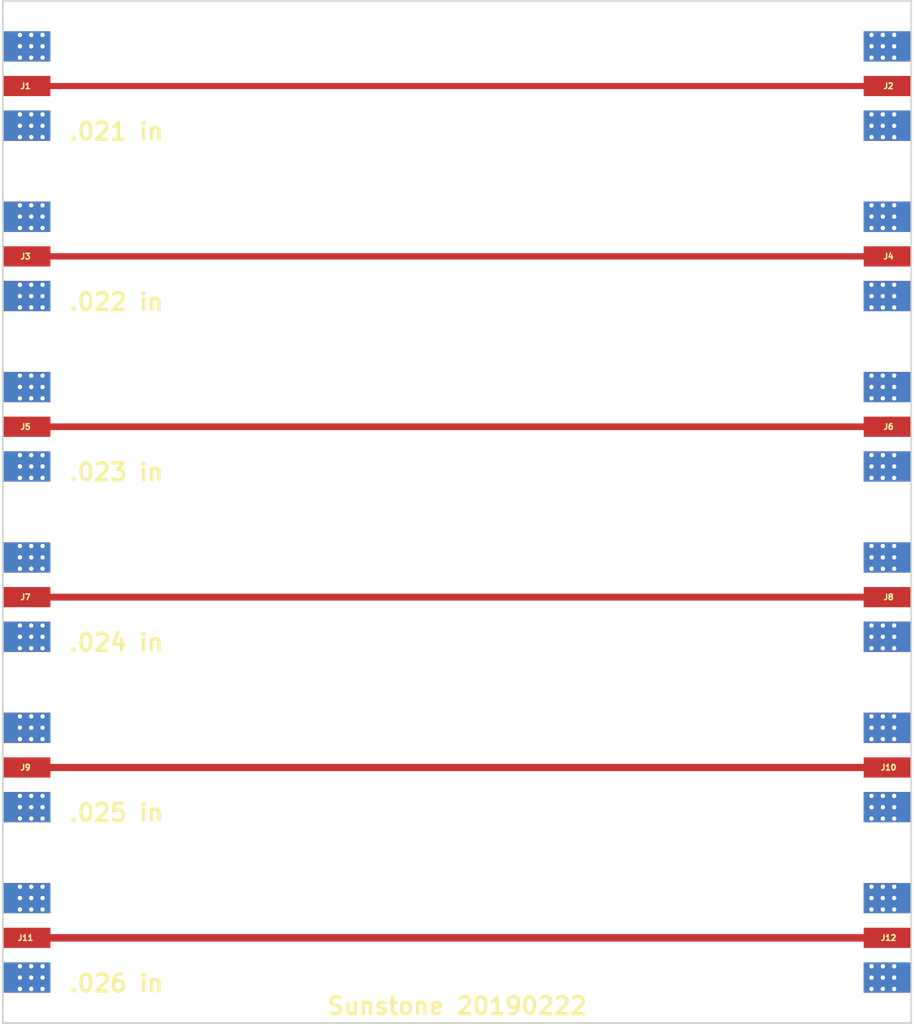
<source format=kicad_pcb>
(kicad_pcb (version 4) (host pcbnew 4.0.6)
  (layers (0 C1F signal) (1 C2 signal hide) (2 C3 signal hide) (31 C4B signal) (34 B.Paste user) (35 F.Paste user) (36 B.SilkS user) (37 F.SilkS user) (38 B.Mask user) (39 F.Mask user) (44 Edge.Cuts user))
  (net 0 "")
  (net 1 "Net-(J1-Pad1)")
  (net 2 GND)
  (net 3 "Net-(J3-Pad1)")
  (net 4 "Net-(J5-Pad1)")
  (net 5 "Net-(J7-Pad1)")
  (net 6 "Net-(J10-Pad1)")
  (net 7 "Net-(J11-Pad1)")
  (module gsg-modules:SMA-73251-2120 (layer C1F) (at 120 80)
    (fp_text reference J1 (at 1.99898 0) (layer F.SilkS) (effects (font (size 0.50038 0.50038) (thickness 0.12446))))
    (fp_text value CONN_COAXIAL hide)
    (pad 1 smd rect (at 2.095 0) (size 4.19 1.78) (layers C1F F.Mask) (net 1 "Net-(J1-Pad1)"))
    (pad 2 smd rect (at 2.095 -3.4925) (size 4.19 2.665) (layers C1F F.Mask) (net 2 GND))
    (pad 2 smd rect (at 2.095 3.4925) (size 4.19 2.665) (layers C1F F.Mask) (net 2 GND))
    (pad 2 smd rect (at 2.095 -3.4925) (size 4.19 2.665) (layers C4B B.Mask) (net 2 GND))
    (pad 2 smd rect (at 2.095 3.4925) (size 4.19 2.665) (layers C4B B.Mask) (net 2 GND))
    (pad 2 thru_hole circle (at 3.5 2.5) (size 0.6 0.6) (drill 0.381) (layers *.Cu) (net 2 GND))
    (pad 2 thru_hole circle (at 3.5 3.5) (size 0.6 0.6) (drill 0.381) (layers *.Cu) (net 2 GND))
    (pad 2 thru_hole circle (at 3.5 4.5) (size 0.6 0.6) (drill 0.381) (layers *.Cu) (net 2 GND))
    (pad 2 thru_hole circle (at 2.5 2.5) (size 0.6 0.6) (drill 0.381) (layers *.Cu) (net 2 GND))
    (pad 2 thru_hole circle (at 2.5 3.5) (size 0.6 0.6) (drill 0.381) (layers *.Cu) (net 2 GND))
    (pad 2 thru_hole circle (at 2.5 4.5) (size 0.6 0.6) (drill 0.381) (layers *.Cu) (net 2 GND))
    (pad 2 thru_hole circle (at 1.5 2.5) (size 0.6 0.6) (drill 0.381) (layers *.Cu) (net 2 GND))
    (pad 2 thru_hole circle (at 1.5 3.5) (size 0.6 0.6) (drill 0.381) (layers *.Cu) (net 2 GND))
    (pad 2 thru_hole circle (at 1.5 4.5) (size 0.6 0.6) (drill 0.381) (layers *.Cu) (net 2 GND))
    (pad 2 thru_hole circle (at 3.5 -2.5) (size 0.6 0.6) (drill 0.381) (layers *.Cu) (net 2 GND))
    (pad 2 thru_hole circle (at 3.5 -3.5) (size 0.6 0.6) (drill 0.381) (layers *.Cu) (net 2 GND))
    (pad 2 thru_hole circle (at 3.5 -4.5) (size 0.6 0.6) (drill 0.381) (layers *.Cu) (net 2 GND))
    (pad 2 thru_hole circle (at 2.5 -2.5) (size 0.6 0.6) (drill 0.381) (layers *.Cu) (net 2 GND))
    (pad 2 thru_hole circle (at 2.5 -3.5) (size 0.6 0.6) (drill 0.381) (layers *.Cu) (net 2 GND))
    (pad 2 thru_hole circle (at 2.5 -4.5) (size 0.6 0.6) (drill 0.381) (layers *.Cu) (net 2 GND))
    (pad 2 thru_hole circle (at 1.5 -2.5) (size 0.6 0.6) (drill 0.381) (layers *.Cu) (net 2 GND))
    (pad 2 thru_hole circle (at 1.5 -3.5) (size 0.6 0.6) (drill 0.381) (layers *.Cu) (net 2 GND))
    (pad 2 thru_hole circle (at 1.5 -4.5) (size 0.6 0.6) (drill 0.381) (layers *.Cu) (net 2 GND))
  )
  (module gsg-modules:SMA-73251-2120 (layer C1F) (at 200 80 180)
    (fp_text reference J2 (at 1.99898 0 180) (layer F.SilkS) (effects (font (size 0.50038 0.50038) (thickness 0.12446))))
    (fp_text value CONN_COAXIAL hide)
    (pad 1 smd rect (at 2.095 0 180) (size 4.19 1.78) (layers C1F F.Mask) (net 1 "Net-(J1-Pad1)"))
    (pad 2 smd rect (at 2.095 -3.4925 180) (size 4.19 2.665) (layers C1F F.Mask) (net 2 GND))
    (pad 2 smd rect (at 2.095 3.4925 180) (size 4.19 2.665) (layers C1F F.Mask) (net 2 GND))
    (pad 2 smd rect (at 2.095 -3.4925 180) (size 4.19 2.665) (layers C4B B.Mask) (net 2 GND))
    (pad 2 smd rect (at 2.095 3.4925 180) (size 4.19 2.665) (layers C4B B.Mask) (net 2 GND))
    (pad 2 thru_hole circle (at 3.5 2.5 180) (size 0.6 0.6) (drill 0.381) (layers *.Cu) (net 2 GND))
    (pad 2 thru_hole circle (at 3.5 3.5 180) (size 0.6 0.6) (drill 0.381) (layers *.Cu) (net 2 GND))
    (pad 2 thru_hole circle (at 3.5 4.5 180) (size 0.6 0.6) (drill 0.381) (layers *.Cu) (net 2 GND))
    (pad 2 thru_hole circle (at 2.5 2.5 180) (size 0.6 0.6) (drill 0.381) (layers *.Cu) (net 2 GND))
    (pad 2 thru_hole circle (at 2.5 3.5 180) (size 0.6 0.6) (drill 0.381) (layers *.Cu) (net 2 GND))
    (pad 2 thru_hole circle (at 2.5 4.5 180) (size 0.6 0.6) (drill 0.381) (layers *.Cu) (net 2 GND))
    (pad 2 thru_hole circle (at 1.5 2.5 180) (size 0.6 0.6) (drill 0.381) (layers *.Cu) (net 2 GND))
    (pad 2 thru_hole circle (at 1.5 3.5 180) (size 0.6 0.6) (drill 0.381) (layers *.Cu) (net 2 GND))
    (pad 2 thru_hole circle (at 1.5 4.5 180) (size 0.6 0.6) (drill 0.381) (layers *.Cu) (net 2 GND))
    (pad 2 thru_hole circle (at 3.5 -2.5 180) (size 0.6 0.6) (drill 0.381) (layers *.Cu) (net 2 GND))
    (pad 2 thru_hole circle (at 3.5 -3.5 180) (size 0.6 0.6) (drill 0.381) (layers *.Cu) (net 2 GND))
    (pad 2 thru_hole circle (at 3.5 -4.5 180) (size 0.6 0.6) (drill 0.381) (layers *.Cu) (net 2 GND))
    (pad 2 thru_hole circle (at 2.5 -2.5 180) (size 0.6 0.6) (drill 0.381) (layers *.Cu) (net 2 GND))
    (pad 2 thru_hole circle (at 2.5 -3.5 180) (size 0.6 0.6) (drill 0.381) (layers *.Cu) (net 2 GND))
    (pad 2 thru_hole circle (at 2.5 -4.5 180) (size 0.6 0.6) (drill 0.381) (layers *.Cu) (net 2 GND))
    (pad 2 thru_hole circle (at 1.5 -2.5 180) (size 0.6 0.6) (drill 0.381) (layers *.Cu) (net 2 GND))
    (pad 2 thru_hole circle (at 1.5 -3.5 180) (size 0.6 0.6) (drill 0.381) (layers *.Cu) (net 2 GND))
    (pad 2 thru_hole circle (at 1.5 -4.5 180) (size 0.6 0.6) (drill 0.381) (layers *.Cu) (net 2 GND))
  )
  (module gsg-modules:SMA-73251-2120 (layer C1F) (at 120 95)
    (fp_text reference J3 (at 1.99898 0) (layer F.SilkS) (effects (font (size 0.50038 0.50038) (thickness 0.12446))))
    (fp_text value CONN_COAXIAL hide)
    (pad 1 smd rect (at 2.095 0) (size 4.19 1.78) (layers C1F F.Mask) (net 3 "Net-(J3-Pad1)"))
    (pad 2 smd rect (at 2.095 -3.4925) (size 4.19 2.665) (layers C1F F.Mask) (net 2 GND))
    (pad 2 smd rect (at 2.095 3.4925) (size 4.19 2.665) (layers C1F F.Mask) (net 2 GND))
    (pad 2 smd rect (at 2.095 -3.4925) (size 4.19 2.665) (layers C4B B.Mask) (net 2 GND))
    (pad 2 smd rect (at 2.095 3.4925) (size 4.19 2.665) (layers C4B B.Mask) (net 2 GND))
    (pad 2 thru_hole circle (at 3.5 2.5) (size 0.6 0.6) (drill 0.381) (layers *.Cu) (net 2 GND))
    (pad 2 thru_hole circle (at 3.5 3.5) (size 0.6 0.6) (drill 0.381) (layers *.Cu) (net 2 GND))
    (pad 2 thru_hole circle (at 3.5 4.5) (size 0.6 0.6) (drill 0.381) (layers *.Cu) (net 2 GND))
    (pad 2 thru_hole circle (at 2.5 2.5) (size 0.6 0.6) (drill 0.381) (layers *.Cu) (net 2 GND))
    (pad 2 thru_hole circle (at 2.5 3.5) (size 0.6 0.6) (drill 0.381) (layers *.Cu) (net 2 GND))
    (pad 2 thru_hole circle (at 2.5 4.5) (size 0.6 0.6) (drill 0.381) (layers *.Cu) (net 2 GND))
    (pad 2 thru_hole circle (at 1.5 2.5) (size 0.6 0.6) (drill 0.381) (layers *.Cu) (net 2 GND))
    (pad 2 thru_hole circle (at 1.5 3.5) (size 0.6 0.6) (drill 0.381) (layers *.Cu) (net 2 GND))
    (pad 2 thru_hole circle (at 1.5 4.5) (size 0.6 0.6) (drill 0.381) (layers *.Cu) (net 2 GND))
    (pad 2 thru_hole circle (at 3.5 -2.5) (size 0.6 0.6) (drill 0.381) (layers *.Cu) (net 2 GND))
    (pad 2 thru_hole circle (at 3.5 -3.5) (size 0.6 0.6) (drill 0.381) (layers *.Cu) (net 2 GND))
    (pad 2 thru_hole circle (at 3.5 -4.5) (size 0.6 0.6) (drill 0.381) (layers *.Cu) (net 2 GND))
    (pad 2 thru_hole circle (at 2.5 -2.5) (size 0.6 0.6) (drill 0.381) (layers *.Cu) (net 2 GND))
    (pad 2 thru_hole circle (at 2.5 -3.5) (size 0.6 0.6) (drill 0.381) (layers *.Cu) (net 2 GND))
    (pad 2 thru_hole circle (at 2.5 -4.5) (size 0.6 0.6) (drill 0.381) (layers *.Cu) (net 2 GND))
    (pad 2 thru_hole circle (at 1.5 -2.5) (size 0.6 0.6) (drill 0.381) (layers *.Cu) (net 2 GND))
    (pad 2 thru_hole circle (at 1.5 -3.5) (size 0.6 0.6) (drill 0.381) (layers *.Cu) (net 2 GND))
    (pad 2 thru_hole circle (at 1.5 -4.5) (size 0.6 0.6) (drill 0.381) (layers *.Cu) (net 2 GND))
  )
  (module gsg-modules:SMA-73251-2120 (layer C1F) (at 200 95 180)
    (fp_text reference J4 (at 1.99898 0 180) (layer F.SilkS) (effects (font (size 0.50038 0.50038) (thickness 0.12446))))
    (fp_text value CONN_COAXIAL hide)
    (pad 1 smd rect (at 2.095 0 180) (size 4.19 1.78) (layers C1F F.Mask) (net 3 "Net-(J3-Pad1)"))
    (pad 2 smd rect (at 2.095 -3.4925 180) (size 4.19 2.665) (layers C1F F.Mask) (net 2 GND))
    (pad 2 smd rect (at 2.095 3.4925 180) (size 4.19 2.665) (layers C1F F.Mask) (net 2 GND))
    (pad 2 smd rect (at 2.095 -3.4925 180) (size 4.19 2.665) (layers C4B B.Mask) (net 2 GND))
    (pad 2 smd rect (at 2.095 3.4925 180) (size 4.19 2.665) (layers C4B B.Mask) (net 2 GND))
    (pad 2 thru_hole circle (at 3.5 2.5 180) (size 0.6 0.6) (drill 0.381) (layers *.Cu) (net 2 GND))
    (pad 2 thru_hole circle (at 3.5 3.5 180) (size 0.6 0.6) (drill 0.381) (layers *.Cu) (net 2 GND))
    (pad 2 thru_hole circle (at 3.5 4.5 180) (size 0.6 0.6) (drill 0.381) (layers *.Cu) (net 2 GND))
    (pad 2 thru_hole circle (at 2.5 2.5 180) (size 0.6 0.6) (drill 0.381) (layers *.Cu) (net 2 GND))
    (pad 2 thru_hole circle (at 2.5 3.5 180) (size 0.6 0.6) (drill 0.381) (layers *.Cu) (net 2 GND))
    (pad 2 thru_hole circle (at 2.5 4.5 180) (size 0.6 0.6) (drill 0.381) (layers *.Cu) (net 2 GND))
    (pad 2 thru_hole circle (at 1.5 2.5 180) (size 0.6 0.6) (drill 0.381) (layers *.Cu) (net 2 GND))
    (pad 2 thru_hole circle (at 1.5 3.5 180) (size 0.6 0.6) (drill 0.381) (layers *.Cu) (net 2 GND))
    (pad 2 thru_hole circle (at 1.5 4.5 180) (size 0.6 0.6) (drill 0.381) (layers *.Cu) (net 2 GND))
    (pad 2 thru_hole circle (at 3.5 -2.5 180) (size 0.6 0.6) (drill 0.381) (layers *.Cu) (net 2 GND))
    (pad 2 thru_hole circle (at 3.5 -3.5 180) (size 0.6 0.6) (drill 0.381) (layers *.Cu) (net 2 GND))
    (pad 2 thru_hole circle (at 3.5 -4.5 180) (size 0.6 0.6) (drill 0.381) (layers *.Cu) (net 2 GND))
    (pad 2 thru_hole circle (at 2.5 -2.5 180) (size 0.6 0.6) (drill 0.381) (layers *.Cu) (net 2 GND))
    (pad 2 thru_hole circle (at 2.5 -3.5 180) (size 0.6 0.6) (drill 0.381) (layers *.Cu) (net 2 GND))
    (pad 2 thru_hole circle (at 2.5 -4.5 180) (size 0.6 0.6) (drill 0.381) (layers *.Cu) (net 2 GND))
    (pad 2 thru_hole circle (at 1.5 -2.5 180) (size 0.6 0.6) (drill 0.381) (layers *.Cu) (net 2 GND))
    (pad 2 thru_hole circle (at 1.5 -3.5 180) (size 0.6 0.6) (drill 0.381) (layers *.Cu) (net 2 GND))
    (pad 2 thru_hole circle (at 1.5 -4.5 180) (size 0.6 0.6) (drill 0.381) (layers *.Cu) (net 2 GND))
  )
  (module gsg-modules:SMA-73251-2120 (layer C1F) (at 120 110)
    (fp_text reference J5 (at 1.99898 0) (layer F.SilkS) (effects (font (size 0.50038 0.50038) (thickness 0.12446))))
    (fp_text value CONN_COAXIAL hide)
    (pad 1 smd rect (at 2.095 0) (size 4.19 1.78) (layers C1F F.Mask) (net 4 "Net-(J5-Pad1)"))
    (pad 2 smd rect (at 2.095 -3.4925) (size 4.19 2.665) (layers C1F F.Mask) (net 2 GND))
    (pad 2 smd rect (at 2.095 3.4925) (size 4.19 2.665) (layers C1F F.Mask) (net 2 GND))
    (pad 2 smd rect (at 2.095 -3.4925) (size 4.19 2.665) (layers C4B B.Mask) (net 2 GND))
    (pad 2 smd rect (at 2.095 3.4925) (size 4.19 2.665) (layers C4B B.Mask) (net 2 GND))
    (pad 2 thru_hole circle (at 3.5 2.5) (size 0.6 0.6) (drill 0.381) (layers *.Cu) (net 2 GND))
    (pad 2 thru_hole circle (at 3.5 3.5) (size 0.6 0.6) (drill 0.381) (layers *.Cu) (net 2 GND))
    (pad 2 thru_hole circle (at 3.5 4.5) (size 0.6 0.6) (drill 0.381) (layers *.Cu) (net 2 GND))
    (pad 2 thru_hole circle (at 2.5 2.5) (size 0.6 0.6) (drill 0.381) (layers *.Cu) (net 2 GND))
    (pad 2 thru_hole circle (at 2.5 3.5) (size 0.6 0.6) (drill 0.381) (layers *.Cu) (net 2 GND))
    (pad 2 thru_hole circle (at 2.5 4.5) (size 0.6 0.6) (drill 0.381) (layers *.Cu) (net 2 GND))
    (pad 2 thru_hole circle (at 1.5 2.5) (size 0.6 0.6) (drill 0.381) (layers *.Cu) (net 2 GND))
    (pad 2 thru_hole circle (at 1.5 3.5) (size 0.6 0.6) (drill 0.381) (layers *.Cu) (net 2 GND))
    (pad 2 thru_hole circle (at 1.5 4.5) (size 0.6 0.6) (drill 0.381) (layers *.Cu) (net 2 GND))
    (pad 2 thru_hole circle (at 3.5 -2.5) (size 0.6 0.6) (drill 0.381) (layers *.Cu) (net 2 GND))
    (pad 2 thru_hole circle (at 3.5 -3.5) (size 0.6 0.6) (drill 0.381) (layers *.Cu) (net 2 GND))
    (pad 2 thru_hole circle (at 3.5 -4.5) (size 0.6 0.6) (drill 0.381) (layers *.Cu) (net 2 GND))
    (pad 2 thru_hole circle (at 2.5 -2.5) (size 0.6 0.6) (drill 0.381) (layers *.Cu) (net 2 GND))
    (pad 2 thru_hole circle (at 2.5 -3.5) (size 0.6 0.6) (drill 0.381) (layers *.Cu) (net 2 GND))
    (pad 2 thru_hole circle (at 2.5 -4.5) (size 0.6 0.6) (drill 0.381) (layers *.Cu) (net 2 GND))
    (pad 2 thru_hole circle (at 1.5 -2.5) (size 0.6 0.6) (drill 0.381) (layers *.Cu) (net 2 GND))
    (pad 2 thru_hole circle (at 1.5 -3.5) (size 0.6 0.6) (drill 0.381) (layers *.Cu) (net 2 GND))
    (pad 2 thru_hole circle (at 1.5 -4.5) (size 0.6 0.6) (drill 0.381) (layers *.Cu) (net 2 GND))
  )
  (module gsg-modules:SMA-73251-2120 (layer C1F) (at 200 110 180)
    (fp_text reference J6 (at 1.99898 0 180) (layer F.SilkS) (effects (font (size 0.50038 0.50038) (thickness 0.12446))))
    (fp_text value CONN_COAXIAL hide)
    (pad 1 smd rect (at 2.095 0 180) (size 4.19 1.78) (layers C1F F.Mask) (net 4 "Net-(J5-Pad1)"))
    (pad 2 smd rect (at 2.095 -3.4925 180) (size 4.19 2.665) (layers C1F F.Mask) (net 2 GND))
    (pad 2 smd rect (at 2.095 3.4925 180) (size 4.19 2.665) (layers C1F F.Mask) (net 2 GND))
    (pad 2 smd rect (at 2.095 -3.4925 180) (size 4.19 2.665) (layers C4B B.Mask) (net 2 GND))
    (pad 2 smd rect (at 2.095 3.4925 180) (size 4.19 2.665) (layers C4B B.Mask) (net 2 GND))
    (pad 2 thru_hole circle (at 3.5 2.5 180) (size 0.6 0.6) (drill 0.381) (layers *.Cu) (net 2 GND))
    (pad 2 thru_hole circle (at 3.5 3.5 180) (size 0.6 0.6) (drill 0.381) (layers *.Cu) (net 2 GND))
    (pad 2 thru_hole circle (at 3.5 4.5 180) (size 0.6 0.6) (drill 0.381) (layers *.Cu) (net 2 GND))
    (pad 2 thru_hole circle (at 2.5 2.5 180) (size 0.6 0.6) (drill 0.381) (layers *.Cu) (net 2 GND))
    (pad 2 thru_hole circle (at 2.5 3.5 180) (size 0.6 0.6) (drill 0.381) (layers *.Cu) (net 2 GND))
    (pad 2 thru_hole circle (at 2.5 4.5 180) (size 0.6 0.6) (drill 0.381) (layers *.Cu) (net 2 GND))
    (pad 2 thru_hole circle (at 1.5 2.5 180) (size 0.6 0.6) (drill 0.381) (layers *.Cu) (net 2 GND))
    (pad 2 thru_hole circle (at 1.5 3.5 180) (size 0.6 0.6) (drill 0.381) (layers *.Cu) (net 2 GND))
    (pad 2 thru_hole circle (at 1.5 4.5 180) (size 0.6 0.6) (drill 0.381) (layers *.Cu) (net 2 GND))
    (pad 2 thru_hole circle (at 3.5 -2.5 180) (size 0.6 0.6) (drill 0.381) (layers *.Cu) (net 2 GND))
    (pad 2 thru_hole circle (at 3.5 -3.5 180) (size 0.6 0.6) (drill 0.381) (layers *.Cu) (net 2 GND))
    (pad 2 thru_hole circle (at 3.5 -4.5 180) (size 0.6 0.6) (drill 0.381) (layers *.Cu) (net 2 GND))
    (pad 2 thru_hole circle (at 2.5 -2.5 180) (size 0.6 0.6) (drill 0.381) (layers *.Cu) (net 2 GND))
    (pad 2 thru_hole circle (at 2.5 -3.5 180) (size 0.6 0.6) (drill 0.381) (layers *.Cu) (net 2 GND))
    (pad 2 thru_hole circle (at 2.5 -4.5 180) (size 0.6 0.6) (drill 0.381) (layers *.Cu) (net 2 GND))
    (pad 2 thru_hole circle (at 1.5 -2.5 180) (size 0.6 0.6) (drill 0.381) (layers *.Cu) (net 2 GND))
    (pad 2 thru_hole circle (at 1.5 -3.5 180) (size 0.6 0.6) (drill 0.381) (layers *.Cu) (net 2 GND))
    (pad 2 thru_hole circle (at 1.5 -4.5 180) (size 0.6 0.6) (drill 0.381) (layers *.Cu) (net 2 GND))
  )
  (module gsg-modules:SMA-73251-2120 (layer C1F) (at 120 125)
    (fp_text reference J7 (at 1.99898 0) (layer F.SilkS) (effects (font (size 0.50038 0.50038) (thickness 0.12446))))
    (fp_text value CONN_COAXIAL hide)
    (pad 1 smd rect (at 2.095 0) (size 4.19 1.78) (layers C1F F.Mask) (net 5 "Net-(J7-Pad1)"))
    (pad 2 smd rect (at 2.095 -3.4925) (size 4.19 2.665) (layers C1F F.Mask) (net 2 GND))
    (pad 2 smd rect (at 2.095 3.4925) (size 4.19 2.665) (layers C1F F.Mask) (net 2 GND))
    (pad 2 smd rect (at 2.095 -3.4925) (size 4.19 2.665) (layers C4B B.Mask) (net 2 GND))
    (pad 2 smd rect (at 2.095 3.4925) (size 4.19 2.665) (layers C4B B.Mask) (net 2 GND))
    (pad 2 thru_hole circle (at 3.5 2.5) (size 0.6 0.6) (drill 0.381) (layers *.Cu) (net 2 GND))
    (pad 2 thru_hole circle (at 3.5 3.5) (size 0.6 0.6) (drill 0.381) (layers *.Cu) (net 2 GND))
    (pad 2 thru_hole circle (at 3.5 4.5) (size 0.6 0.6) (drill 0.381) (layers *.Cu) (net 2 GND))
    (pad 2 thru_hole circle (at 2.5 2.5) (size 0.6 0.6) (drill 0.381) (layers *.Cu) (net 2 GND))
    (pad 2 thru_hole circle (at 2.5 3.5) (size 0.6 0.6) (drill 0.381) (layers *.Cu) (net 2 GND))
    (pad 2 thru_hole circle (at 2.5 4.5) (size 0.6 0.6) (drill 0.381) (layers *.Cu) (net 2 GND))
    (pad 2 thru_hole circle (at 1.5 2.5) (size 0.6 0.6) (drill 0.381) (layers *.Cu) (net 2 GND))
    (pad 2 thru_hole circle (at 1.5 3.5) (size 0.6 0.6) (drill 0.381) (layers *.Cu) (net 2 GND))
    (pad 2 thru_hole circle (at 1.5 4.5) (size 0.6 0.6) (drill 0.381) (layers *.Cu) (net 2 GND))
    (pad 2 thru_hole circle (at 3.5 -2.5) (size 0.6 0.6) (drill 0.381) (layers *.Cu) (net 2 GND))
    (pad 2 thru_hole circle (at 3.5 -3.5) (size 0.6 0.6) (drill 0.381) (layers *.Cu) (net 2 GND))
    (pad 2 thru_hole circle (at 3.5 -4.5) (size 0.6 0.6) (drill 0.381) (layers *.Cu) (net 2 GND))
    (pad 2 thru_hole circle (at 2.5 -2.5) (size 0.6 0.6) (drill 0.381) (layers *.Cu) (net 2 GND))
    (pad 2 thru_hole circle (at 2.5 -3.5) (size 0.6 0.6) (drill 0.381) (layers *.Cu) (net 2 GND))
    (pad 2 thru_hole circle (at 2.5 -4.5) (size 0.6 0.6) (drill 0.381) (layers *.Cu) (net 2 GND))
    (pad 2 thru_hole circle (at 1.5 -2.5) (size 0.6 0.6) (drill 0.381) (layers *.Cu) (net 2 GND))
    (pad 2 thru_hole circle (at 1.5 -3.5) (size 0.6 0.6) (drill 0.381) (layers *.Cu) (net 2 GND))
    (pad 2 thru_hole circle (at 1.5 -4.5) (size 0.6 0.6) (drill 0.381) (layers *.Cu) (net 2 GND))
  )
  (module gsg-modules:SMA-73251-2120 (layer C1F) (at 200 125 180)
    (fp_text reference J8 (at 1.99898 0 180) (layer F.SilkS) (effects (font (size 0.50038 0.50038) (thickness 0.12446))))
    (fp_text value CONN_COAXIAL hide)
    (pad 1 smd rect (at 2.095 0 180) (size 4.19 1.78) (layers C1F F.Mask) (net 5 "Net-(J7-Pad1)"))
    (pad 2 smd rect (at 2.095 -3.4925 180) (size 4.19 2.665) (layers C1F F.Mask) (net 2 GND))
    (pad 2 smd rect (at 2.095 3.4925 180) (size 4.19 2.665) (layers C1F F.Mask) (net 2 GND))
    (pad 2 smd rect (at 2.095 -3.4925 180) (size 4.19 2.665) (layers C4B B.Mask) (net 2 GND))
    (pad 2 smd rect (at 2.095 3.4925 180) (size 4.19 2.665) (layers C4B B.Mask) (net 2 GND))
    (pad 2 thru_hole circle (at 3.5 2.5 180) (size 0.6 0.6) (drill 0.381) (layers *.Cu) (net 2 GND))
    (pad 2 thru_hole circle (at 3.5 3.5 180) (size 0.6 0.6) (drill 0.381) (layers *.Cu) (net 2 GND))
    (pad 2 thru_hole circle (at 3.5 4.5 180) (size 0.6 0.6) (drill 0.381) (layers *.Cu) (net 2 GND))
    (pad 2 thru_hole circle (at 2.5 2.5 180) (size 0.6 0.6) (drill 0.381) (layers *.Cu) (net 2 GND))
    (pad 2 thru_hole circle (at 2.5 3.5 180) (size 0.6 0.6) (drill 0.381) (layers *.Cu) (net 2 GND))
    (pad 2 thru_hole circle (at 2.5 4.5 180) (size 0.6 0.6) (drill 0.381) (layers *.Cu) (net 2 GND))
    (pad 2 thru_hole circle (at 1.5 2.5 180) (size 0.6 0.6) (drill 0.381) (layers *.Cu) (net 2 GND))
    (pad 2 thru_hole circle (at 1.5 3.5 180) (size 0.6 0.6) (drill 0.381) (layers *.Cu) (net 2 GND))
    (pad 2 thru_hole circle (at 1.5 4.5 180) (size 0.6 0.6) (drill 0.381) (layers *.Cu) (net 2 GND))
    (pad 2 thru_hole circle (at 3.5 -2.5 180) (size 0.6 0.6) (drill 0.381) (layers *.Cu) (net 2 GND))
    (pad 2 thru_hole circle (at 3.5 -3.5 180) (size 0.6 0.6) (drill 0.381) (layers *.Cu) (net 2 GND))
    (pad 2 thru_hole circle (at 3.5 -4.5 180) (size 0.6 0.6) (drill 0.381) (layers *.Cu) (net 2 GND))
    (pad 2 thru_hole circle (at 2.5 -2.5 180) (size 0.6 0.6) (drill 0.381) (layers *.Cu) (net 2 GND))
    (pad 2 thru_hole circle (at 2.5 -3.5 180) (size 0.6 0.6) (drill 0.381) (layers *.Cu) (net 2 GND))
    (pad 2 thru_hole circle (at 2.5 -4.5 180) (size 0.6 0.6) (drill 0.381) (layers *.Cu) (net 2 GND))
    (pad 2 thru_hole circle (at 1.5 -2.5 180) (size 0.6 0.6) (drill 0.381) (layers *.Cu) (net 2 GND))
    (pad 2 thru_hole circle (at 1.5 -3.5 180) (size 0.6 0.6) (drill 0.381) (layers *.Cu) (net 2 GND))
    (pad 2 thru_hole circle (at 1.5 -4.5 180) (size 0.6 0.6) (drill 0.381) (layers *.Cu) (net 2 GND))
  )
  (module gsg-modules:SMA-73251-2120 (layer C1F) (at 120 140)
    (fp_text reference J9 (at 1.99898 0) (layer F.SilkS) (effects (font (size 0.50038 0.50038) (thickness 0.12446))))
    (fp_text value CONN_COAXIAL hide)
    (pad 1 smd rect (at 2.095 0) (size 4.19 1.78) (layers C1F F.Mask) (net 6 "Net-(J10-Pad1)"))
    (pad 2 smd rect (at 2.095 -3.4925) (size 4.19 2.665) (layers C1F F.Mask) (net 2 GND))
    (pad 2 smd rect (at 2.095 3.4925) (size 4.19 2.665) (layers C1F F.Mask) (net 2 GND))
    (pad 2 smd rect (at 2.095 -3.4925) (size 4.19 2.665) (layers C4B B.Mask) (net 2 GND))
    (pad 2 smd rect (at 2.095 3.4925) (size 4.19 2.665) (layers C4B B.Mask) (net 2 GND))
    (pad 2 thru_hole circle (at 3.5 2.5) (size 0.6 0.6) (drill 0.381) (layers *.Cu) (net 2 GND))
    (pad 2 thru_hole circle (at 3.5 3.5) (size 0.6 0.6) (drill 0.381) (layers *.Cu) (net 2 GND))
    (pad 2 thru_hole circle (at 3.5 4.5) (size 0.6 0.6) (drill 0.381) (layers *.Cu) (net 2 GND))
    (pad 2 thru_hole circle (at 2.5 2.5) (size 0.6 0.6) (drill 0.381) (layers *.Cu) (net 2 GND))
    (pad 2 thru_hole circle (at 2.5 3.5) (size 0.6 0.6) (drill 0.381) (layers *.Cu) (net 2 GND))
    (pad 2 thru_hole circle (at 2.5 4.5) (size 0.6 0.6) (drill 0.381) (layers *.Cu) (net 2 GND))
    (pad 2 thru_hole circle (at 1.5 2.5) (size 0.6 0.6) (drill 0.381) (layers *.Cu) (net 2 GND))
    (pad 2 thru_hole circle (at 1.5 3.5) (size 0.6 0.6) (drill 0.381) (layers *.Cu) (net 2 GND))
    (pad 2 thru_hole circle (at 1.5 4.5) (size 0.6 0.6) (drill 0.381) (layers *.Cu) (net 2 GND))
    (pad 2 thru_hole circle (at 3.5 -2.5) (size 0.6 0.6) (drill 0.381) (layers *.Cu) (net 2 GND))
    (pad 2 thru_hole circle (at 3.5 -3.5) (size 0.6 0.6) (drill 0.381) (layers *.Cu) (net 2 GND))
    (pad 2 thru_hole circle (at 3.5 -4.5) (size 0.6 0.6) (drill 0.381) (layers *.Cu) (net 2 GND))
    (pad 2 thru_hole circle (at 2.5 -2.5) (size 0.6 0.6) (drill 0.381) (layers *.Cu) (net 2 GND))
    (pad 2 thru_hole circle (at 2.5 -3.5) (size 0.6 0.6) (drill 0.381) (layers *.Cu) (net 2 GND))
    (pad 2 thru_hole circle (at 2.5 -4.5) (size 0.6 0.6) (drill 0.381) (layers *.Cu) (net 2 GND))
    (pad 2 thru_hole circle (at 1.5 -2.5) (size 0.6 0.6) (drill 0.381) (layers *.Cu) (net 2 GND))
    (pad 2 thru_hole circle (at 1.5 -3.5) (size 0.6 0.6) (drill 0.381) (layers *.Cu) (net 2 GND))
    (pad 2 thru_hole circle (at 1.5 -4.5) (size 0.6 0.6) (drill 0.381) (layers *.Cu) (net 2 GND))
  )
  (module gsg-modules:SMA-73251-2120 (layer C1F) (at 200 140 180)
    (fp_text reference J10 (at 1.99898 0 180) (layer F.SilkS) (effects (font (size 0.50038 0.50038) (thickness 0.12446))))
    (fp_text value CONN_COAXIAL hide)
    (pad 1 smd rect (at 2.095 0 180) (size 4.19 1.78) (layers C1F F.Mask) (net 6 "Net-(J10-Pad1)"))
    (pad 2 smd rect (at 2.095 -3.4925 180) (size 4.19 2.665) (layers C1F F.Mask) (net 2 GND))
    (pad 2 smd rect (at 2.095 3.4925 180) (size 4.19 2.665) (layers C1F F.Mask) (net 2 GND))
    (pad 2 smd rect (at 2.095 -3.4925 180) (size 4.19 2.665) (layers C4B B.Mask) (net 2 GND))
    (pad 2 smd rect (at 2.095 3.4925 180) (size 4.19 2.665) (layers C4B B.Mask) (net 2 GND))
    (pad 2 thru_hole circle (at 3.5 2.5 180) (size 0.6 0.6) (drill 0.381) (layers *.Cu) (net 2 GND))
    (pad 2 thru_hole circle (at 3.5 3.5 180) (size 0.6 0.6) (drill 0.381) (layers *.Cu) (net 2 GND))
    (pad 2 thru_hole circle (at 3.5 4.5 180) (size 0.6 0.6) (drill 0.381) (layers *.Cu) (net 2 GND))
    (pad 2 thru_hole circle (at 2.5 2.5 180) (size 0.6 0.6) (drill 0.381) (layers *.Cu) (net 2 GND))
    (pad 2 thru_hole circle (at 2.5 3.5 180) (size 0.6 0.6) (drill 0.381) (layers *.Cu) (net 2 GND))
    (pad 2 thru_hole circle (at 2.5 4.5 180) (size 0.6 0.6) (drill 0.381) (layers *.Cu) (net 2 GND))
    (pad 2 thru_hole circle (at 1.5 2.5 180) (size 0.6 0.6) (drill 0.381) (layers *.Cu) (net 2 GND))
    (pad 2 thru_hole circle (at 1.5 3.5 180) (size 0.6 0.6) (drill 0.381) (layers *.Cu) (net 2 GND))
    (pad 2 thru_hole circle (at 1.5 4.5 180) (size 0.6 0.6) (drill 0.381) (layers *.Cu) (net 2 GND))
    (pad 2 thru_hole circle (at 3.5 -2.5 180) (size 0.6 0.6) (drill 0.381) (layers *.Cu) (net 2 GND))
    (pad 2 thru_hole circle (at 3.5 -3.5 180) (size 0.6 0.6) (drill 0.381) (layers *.Cu) (net 2 GND))
    (pad 2 thru_hole circle (at 3.5 -4.5 180) (size 0.6 0.6) (drill 0.381) (layers *.Cu) (net 2 GND))
    (pad 2 thru_hole circle (at 2.5 -2.5 180) (size 0.6 0.6) (drill 0.381) (layers *.Cu) (net 2 GND))
    (pad 2 thru_hole circle (at 2.5 -3.5 180) (size 0.6 0.6) (drill 0.381) (layers *.Cu) (net 2 GND))
    (pad 2 thru_hole circle (at 2.5 -4.5 180) (size 0.6 0.6) (drill 0.381) (layers *.Cu) (net 2 GND))
    (pad 2 thru_hole circle (at 1.5 -2.5 180) (size 0.6 0.6) (drill 0.381) (layers *.Cu) (net 2 GND))
    (pad 2 thru_hole circle (at 1.5 -3.5 180) (size 0.6 0.6) (drill 0.381) (layers *.Cu) (net 2 GND))
    (pad 2 thru_hole circle (at 1.5 -4.5 180) (size 0.6 0.6) (drill 0.381) (layers *.Cu) (net 2 GND))
  )
  (module gsg-modules:SMA-73251-2120 (layer C1F) (at 120 155)
    (fp_text reference J11 (at 1.99898 0) (layer F.SilkS) (effects (font (size 0.50038 0.50038) (thickness 0.12446))))
    (fp_text value CONN_COAXIAL hide)
    (pad 1 smd rect (at 2.095 0) (size 4.19 1.78) (layers C1F F.Mask) (net 7 "Net-(J11-Pad1)"))
    (pad 2 smd rect (at 2.095 -3.4925) (size 4.19 2.665) (layers C1F F.Mask) (net 2 GND))
    (pad 2 smd rect (at 2.095 3.4925) (size 4.19 2.665) (layers C1F F.Mask) (net 2 GND))
    (pad 2 smd rect (at 2.095 -3.4925) (size 4.19 2.665) (layers C4B B.Mask) (net 2 GND))
    (pad 2 smd rect (at 2.095 3.4925) (size 4.19 2.665) (layers C4B B.Mask) (net 2 GND))
    (pad 2 thru_hole circle (at 3.5 2.5) (size 0.6 0.6) (drill 0.381) (layers *.Cu) (net 2 GND))
    (pad 2 thru_hole circle (at 3.5 3.5) (size 0.6 0.6) (drill 0.381) (layers *.Cu) (net 2 GND))
    (pad 2 thru_hole circle (at 3.5 4.5) (size 0.6 0.6) (drill 0.381) (layers *.Cu) (net 2 GND))
    (pad 2 thru_hole circle (at 2.5 2.5) (size 0.6 0.6) (drill 0.381) (layers *.Cu) (net 2 GND))
    (pad 2 thru_hole circle (at 2.5 3.5) (size 0.6 0.6) (drill 0.381) (layers *.Cu) (net 2 GND))
    (pad 2 thru_hole circle (at 2.5 4.5) (size 0.6 0.6) (drill 0.381) (layers *.Cu) (net 2 GND))
    (pad 2 thru_hole circle (at 1.5 2.5) (size 0.6 0.6) (drill 0.381) (layers *.Cu) (net 2 GND))
    (pad 2 thru_hole circle (at 1.5 3.5) (size 0.6 0.6) (drill 0.381) (layers *.Cu) (net 2 GND))
    (pad 2 thru_hole circle (at 1.5 4.5) (size 0.6 0.6) (drill 0.381) (layers *.Cu) (net 2 GND))
    (pad 2 thru_hole circle (at 3.5 -2.5) (size 0.6 0.6) (drill 0.381) (layers *.Cu) (net 2 GND))
    (pad 2 thru_hole circle (at 3.5 -3.5) (size 0.6 0.6) (drill 0.381) (layers *.Cu) (net 2 GND))
    (pad 2 thru_hole circle (at 3.5 -4.5) (size 0.6 0.6) (drill 0.381) (layers *.Cu) (net 2 GND))
    (pad 2 thru_hole circle (at 2.5 -2.5) (size 0.6 0.6) (drill 0.381) (layers *.Cu) (net 2 GND))
    (pad 2 thru_hole circle (at 2.5 -3.5) (size 0.6 0.6) (drill 0.381) (layers *.Cu) (net 2 GND))
    (pad 2 thru_hole circle (at 2.5 -4.5) (size 0.6 0.6) (drill 0.381) (layers *.Cu) (net 2 GND))
    (pad 2 thru_hole circle (at 1.5 -2.5) (size 0.6 0.6) (drill 0.381) (layers *.Cu) (net 2 GND))
    (pad 2 thru_hole circle (at 1.5 -3.5) (size 0.6 0.6) (drill 0.381) (layers *.Cu) (net 2 GND))
    (pad 2 thru_hole circle (at 1.5 -4.5) (size 0.6 0.6) (drill 0.381) (layers *.Cu) (net 2 GND))
  )
  (module gsg-modules:SMA-73251-2120 (layer C1F) (at 200 155 180)
    (fp_text reference J12 (at 1.99898 0 180) (layer F.SilkS) (effects (font (size 0.50038 0.50038) (thickness 0.12446))))
    (fp_text value CONN_COAXIAL hide)
    (pad 1 smd rect (at 2.095 0 180) (size 4.19 1.78) (layers C1F F.Mask) (net 7 "Net-(J11-Pad1)"))
    (pad 2 smd rect (at 2.095 -3.4925 180) (size 4.19 2.665) (layers C1F F.Mask) (net 2 GND))
    (pad 2 smd rect (at 2.095 3.4925 180) (size 4.19 2.665) (layers C1F F.Mask) (net 2 GND))
    (pad 2 smd rect (at 2.095 -3.4925 180) (size 4.19 2.665) (layers C4B B.Mask) (net 2 GND))
    (pad 2 smd rect (at 2.095 3.4925 180) (size 4.19 2.665) (layers C4B B.Mask) (net 2 GND))
    (pad 2 thru_hole circle (at 3.5 2.5 180) (size 0.6 0.6) (drill 0.381) (layers *.Cu) (net 2 GND))
    (pad 2 thru_hole circle (at 3.5 3.5 180) (size 0.6 0.6) (drill 0.381) (layers *.Cu) (net 2 GND))
    (pad 2 thru_hole circle (at 3.5 4.5 180) (size 0.6 0.6) (drill 0.381) (layers *.Cu) (net 2 GND))
    (pad 2 thru_hole circle (at 2.5 2.5 180) (size 0.6 0.6) (drill 0.381) (layers *.Cu) (net 2 GND))
    (pad 2 thru_hole circle (at 2.5 3.5 180) (size 0.6 0.6) (drill 0.381) (layers *.Cu) (net 2 GND))
    (pad 2 thru_hole circle (at 2.5 4.5 180) (size 0.6 0.6) (drill 0.381) (layers *.Cu) (net 2 GND))
    (pad 2 thru_hole circle (at 1.5 2.5 180) (size 0.6 0.6) (drill 0.381) (layers *.Cu) (net 2 GND))
    (pad 2 thru_hole circle (at 1.5 3.5 180) (size 0.6 0.6) (drill 0.381) (layers *.Cu) (net 2 GND))
    (pad 2 thru_hole circle (at 1.5 4.5 180) (size 0.6 0.6) (drill 0.381) (layers *.Cu) (net 2 GND))
    (pad 2 thru_hole circle (at 3.5 -2.5 180) (size 0.6 0.6) (drill 0.381) (layers *.Cu) (net 2 GND))
    (pad 2 thru_hole circle (at 3.5 -3.5 180) (size 0.6 0.6) (drill 0.381) (layers *.Cu) (net 2 GND))
    (pad 2 thru_hole circle (at 3.5 -4.5 180) (size 0.6 0.6) (drill 0.381) (layers *.Cu) (net 2 GND))
    (pad 2 thru_hole circle (at 2.5 -2.5 180) (size 0.6 0.6) (drill 0.381) (layers *.Cu) (net 2 GND))
    (pad 2 thru_hole circle (at 2.5 -3.5 180) (size 0.6 0.6) (drill 0.381) (layers *.Cu) (net 2 GND))
    (pad 2 thru_hole circle (at 2.5 -4.5 180) (size 0.6 0.6) (drill 0.381) (layers *.Cu) (net 2 GND))
    (pad 2 thru_hole circle (at 1.5 -2.5 180) (size 0.6 0.6) (drill 0.381) (layers *.Cu) (net 2 GND))
    (pad 2 thru_hole circle (at 1.5 -3.5 180) (size 0.6 0.6) (drill 0.381) (layers *.Cu) (net 2 GND))
    (pad 2 thru_hole circle (at 1.5 -4.5 180) (size 0.6 0.6) (drill 0.381) (layers *.Cu) (net 2 GND))
  )
  (gr_text "Sunstone 20190222" (at 160 161) (layer F.SilkS) (effects (font (size 1.5 1.5) (thickness 0.3))))
  (gr_text ".026 in" (at 130 159) (layer F.SilkS) (effects (font (size 1.5 1.5) (thickness 0.3))))
  (gr_text ".025 in" (at 130 144) (layer F.SilkS) (effects (font (size 1.5 1.5) (thickness 0.3))))
  (gr_text ".024 in" (at 130 129) (layer F.SilkS) (effects (font (size 1.5 1.5) (thickness 0.3))))
  (gr_text ".023 in" (at 130 114) (layer F.SilkS) (effects (font (size 1.5 1.5) (thickness 0.3))))
  (gr_text ".022 in" (at 130 99) (layer F.SilkS) (effects (font (size 1.5 1.5) (thickness 0.3))))
  (gr_text ".021 in" (at 130 84) (layer F.SilkS) (effects (font (size 1.5 1.5) (thickness 0.3))))
  (gr_line (start 200 72.5) (end 120 72.5) (angle 90) (layer Edge.Cuts) (width 0.15))
  (gr_line (start 200 162.5) (end 200 72.5) (angle 90) (layer Edge.Cuts) (width 0.15))
  (gr_line (start 120 162.5) (end 200 162.5) (angle 90) (layer Edge.Cuts) (width 0.15))
  (gr_line (start 120 72.5) (end 120 162.5) (angle 90) (layer Edge.Cuts) (width 0.15))
  (segment (start 122.095 80) (end 197.905 80) (width 0.5334) (layer C1F) (net 1))
  (segment (start 122.095 95) (end 197.905 95) (width 0.5588) (layer C1F) (net 3))
  (segment (start 122.095 110) (end 197.905 110) (width 0.5842) (layer C1F) (net 4))
  (segment (start 122.095 125) (end 197.905 125) (width 0.6096) (layer C1F) (net 5))
  (segment (start 122.095 140) (end 197.905 140) (width 0.635) (layer C1F) (net 6))
  (segment (start 122.095 155) (end 197.905 155) (width 0.6604) (layer C1F) (net 7))
)
</source>
